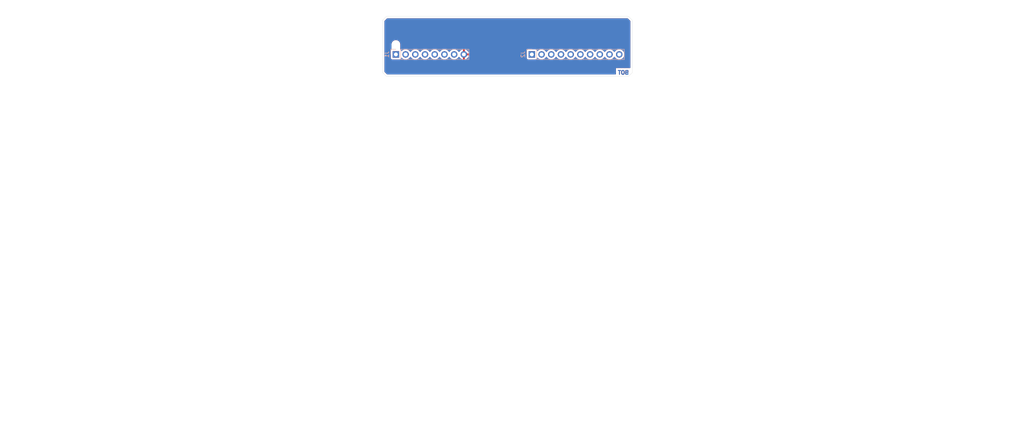
<source format=kicad_pcb>
(kicad_pcb (version 20240108) (generator "pcbnew") (generator_version "8.0")
  (layers (0 "F.Cu" signal) (1 "In1.Cu" signal) (2 "In2.Cu" signal) (31 "B.Cu" signal) (34 "B.Paste" user) (35 "F.Paste" user) (36 "B.SilkS" user "B.Silkscreen") (37 "F.SilkS" user "F.Silkscreen") (38 "B.Mask" user) (39 "F.Mask" user) (44 "Edge.Cuts" user))
  (net 0 "")
  (net 1 "+5V")
  (net 2 "GND")
  (net 3 "+3.3V")
  (footprint "Connector_PinHeader_2.54mm:PinHeader_1x10_P2.54mm_Vertical" (layer "B.Cu") (at 154.06 99.25 -90)
    (property "Reference" "J2" (at 0 2.33 90) (layer "B.SilkS") (effects (justify mirror)))
    (property "Value" "Conn_01x10_Pin")
    (fp_line (start -1.33 1.33) (end -1.33 0) (stroke (width 0.12)) (layer "B.SilkS"))
    (fp_line (start 0 1.33) (end -1.33 1.33) (stroke (width 0.12)) (layer "B.SilkS"))
    (fp_line (start 1.33 -1.27) (end -1.33 -1.27) (stroke (width 0.12)) (layer "B.SilkS"))
    (fp_line (start -1.33 -24.19) (end -1.33 -1.27) (stroke (width 0.12)) (layer "B.SilkS"))
    (fp_line (start 1.33 -24.19) (end 1.33 -1.27) (stroke (width 0.12)) (layer "B.SilkS"))
    (fp_line (start 1.33 -24.19) (end -1.33 -24.19) (stroke (width 0.12)) (layer "B.SilkS"))
    (pad "1" thru_hole rect (at 0 0 270) (size 1.7 1.7) (drill 1) (layers "*.Cu" "*.Mask") (net 3 "+3.3V"))
    (pad "2" thru_hole oval (at 0 -2.54 270) (size 1.7 1.7) (drill 1) (layers "*.Cu" "*.Mask"))
    (pad "3" thru_hole oval (at 0 -5.08 270) (size 1.7 1.7) (drill 1) (layers "*.Cu" "*.Mask") (net 2 "GND"))
    (pad "4" thru_hole oval (at 0 -7.62 270) (size 1.7 1.7) (drill 1) (layers "*.Cu" "*.Mask"))
    (pad "5" thru_hole oval (at 0 -10.16 270) (size 1.7 1.7) (drill 1) (layers "*.Cu" "*.Mask"))
    (pad "6" thru_hole oval (at 0 -12.7 270) (size 1.7 1.7) (drill 1) (layers "*.Cu" "*.Mask"))
    (pad "7" thru_hole oval (at 0 -15.24 270) (size 1.7 1.7) (drill 1) (layers "*.Cu" "*.Mask"))
    (pad "8" thru_hole oval (at 0 -17.78 270) (size 1.7 1.7) (drill 1) (layers "*.Cu" "*.Mask"))
    (pad "9" thru_hole oval (at 0 -20.32 270) (size 1.7 1.7) (drill 1) (layers "*.Cu" "*.Mask"))
    (pad "10" thru_hole oval (at 0 -22.86 270) (size 1.7 1.7) (drill 1) (layers "*.Cu" "*.Mask") (net 2 "GND"))
  )
  (footprint "Connector_PinHeader_2.54mm:PinHeader_1x08_P2.54mm_Vertical" (layer "B.Cu") (at 118.5 99.25 -90)
    (property "Reference" "J1" (at 0 2.33 90) (layer "B.SilkS") (effects (justify mirror)))
    (property "Value" "Conn_01x08_Pin")
    (fp_line (start -1.33 1.33) (end -1.33 0) (stroke (width 0.12)) (layer "B.SilkS"))
    (fp_line (start 0 1.33) (end -1.33 1.33) (stroke (width 0.12)) (layer "B.SilkS"))
    (fp_line (start 1.33 -1.27) (end -1.33 -1.27) (stroke (width 0.12)) (layer "B.SilkS"))
    (fp_line (start -1.33 -19.11) (end -1.33 -1.27) (stroke (width 0.12)) (layer "B.SilkS"))
    (fp_line (start 1.33 -19.11) (end 1.33 -1.27) (stroke (width 0.12)) (layer "B.SilkS"))
    (fp_line (start 1.33 -19.11) (end -1.33 -19.11) (stroke (width 0.12)) (layer "B.SilkS"))
    (pad "1" thru_hole rect (at 0 0 270) (size 1.7 1.7) (drill 1) (layers "*.Cu" "*.Mask") (net 1 "+5V"))
    (pad "2" thru_hole oval (at 0 -2.54 270) (size 1.7 1.7) (drill 1) (layers "*.Cu" "*.Mask"))
    (pad "3" thru_hole oval (at 0 -5.08 270) (size 1.7 1.7) (drill 1) (layers "*.Cu" "*.Mask"))
    (pad "4" thru_hole oval (at 0 -7.62 270) (size 1.7 1.7) (drill 1) (layers "*.Cu" "*.Mask"))
    (pad "5" thru_hole oval (at 0 -10.16 270) (size 1.7 1.7) (drill 1) (layers "*.Cu" "*.Mask"))
    (pad "6" thru_hole oval (at 0 -12.7 270) (size 1.7 1.7) (drill 1) (layers "*.Cu" "*.Mask"))
    (pad "7" thru_hole oval (at 0 -15.24 270) (size 1.7 1.7) (drill 1) (layers "*.Cu" "*.Mask"))
    (pad "8" thru_hole oval (at 0 -17.78 270) (size 1.7 1.7) (drill 1) (layers "*.Cu" "*.Mask") (net 2 "GND"))
  )
  (gr_line (start 180.340011 104) (end 180.340011 90.300004) (stroke (width 0.05)) (layer "Edge.Cuts"))
  (gr_line (start 115 90.300004) (end 115 104) (stroke (width 0.05)) (layer "Edge.Cuts"))
  (gr_line (start 180.340011 104) (end 179.340011 105) (stroke (width 0.05)) (layer "Edge.Cuts"))
  (gr_line (start 179.340011 89.300004) (end 116 89.300004) (stroke (width 0.05)) (layer "Edge.Cuts"))
  (gr_line (start 116 105) (end 179.340011 105) (stroke (width 0.05)) (layer "Edge.Cuts"))
  (gr_line (start 115 104) (end 116 105) (stroke (width 0.05)) (layer "Edge.Cuts"))
  (gr_line (start 180.340011 90.300004) (end 179.340011 89.300004) (stroke (width 0.05)) (layer "Edge.Cuts"))
  (gr_line (start 116 89.300004) (end 115 90.300004) (stroke (width 0.05)) (layer "Edge.Cuts"))
  (gr_text "TOP" (at 178 104 0) (layer "F.Cu") (effects (font (size 1 1) (thickness 0.25) (bold yes))))
  (gr_text "BOT" (at 178 104 0) (layer "B.Cu") (effects (font (size 1 1) (thickness 0.25) (bold yes)) (justify mirror)))
  (zone (net 2) (net_name "GND") (layer "F.Cu") (connect_pads (clearance 0.5)) (min_thickness 0.25) (fill yes (thermal_gap 0.5) (thermal_bridge_width 0.5))
    (polygon (pts (xy 114 106) (xy 182 106) (xy 182 88) (xy 120 88) (xy 120 85) (xy 114 85)))
  )
  (zone (net 2) (net_name "GND") (layer "B.Cu") (connect_pads (clearance 0.5)) (min_thickness 0.25) (fill yes (thermal_gap 0.5) (thermal_bridge_width 0.5))
    (polygon (pts (xy 114 106) (xy 182 106) (xy 182 88) (xy 135 88) (xy 135 85) (xy 130 85) (xy 130 88) (xy 114 88)))
  )
)
</source>
